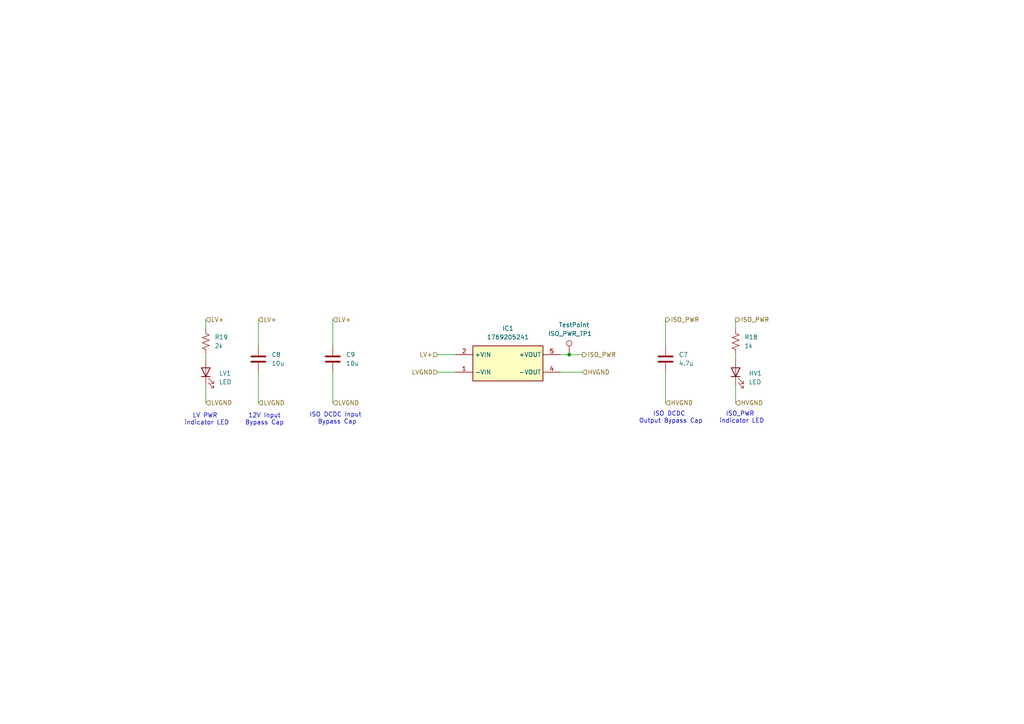
<source format=kicad_sch>
(kicad_sch (version 20250114) (generator "eeschema") (generator_version "9.0")
  (paper "A4")
  (lib_symbols
    (symbol "Connector:TestPoint" (pin_numbers (hide yes)) (pin_names (offset 0.762) (hide yes))
      (property "Reference" "TP" (at 0 6.858 0))
      (property "Value" "TestPoint" (at 0 5.08 0))
      (symbol "TestPoint_0_1"
        (circle (center 0 3.302) (radius 0.762))
      )
      (symbol "TestPoint_1_1"
        (pin passive line (at 0 0 90) (length 2.54) (name "1") (number "1"))
      )
    )
    (symbol "DCDC-isolator:1769205241"
      (property "Reference" "IC1" (at 15.24 7.62 0))
      (property "Value" "1769205241" (at 15.24 5.08 0))
      (symbol "1769205241_1_1"
        (rectangle (start 5.08 2.54) (end 25.4 -7.62) (stroke (width 0.254)) (fill (type background)))
        (pin passive line (at 0 0 0) (length 5.08) (name "+VIN") (number "2"))
        (pin passive line (at 0 -5.08 0) (length 5.08) (name "-VIN") (number "1"))
        (pin no_connect line (at 30.48 1.27 180) (length 5.08) (hide yes) (name "NC") (number "8"))
        (pin passive line (at 30.48 0 180) (length 5.08) (name "+VOUT") (number "5"))
        (pin passive line (at 30.48 -5.08 180) (length 5.08) (name "-VOUT") (number "4"))
      )
    )
    (symbol "Device:C" (pin_numbers (hide yes)) (pin_names (offset 0.254))
      (property "Reference" "C" (at 0.635 2.54 0))
      (property "Value" "C" (at 0.635 -2.54 0))
      (symbol "C_0_1"
        (polyline (pts (xy -2.032 0.762) (xy 2.032 0.762)) (stroke (width 0.508)))
        (polyline (pts (xy -2.032 -0.762) (xy 2.032 -0.762)) (stroke (width 0.508)))
      )
      (symbol "C_1_1"
        (pin passive line (at 0 3.81 270) (length 2.794) (name "~") (number "1"))
        (pin passive line (at 0 -3.81 90) (length 2.794) (name "~") (number "2"))
      )
    )
    (symbol "Device:LED" (pin_numbers (hide yes)) (pin_names (offset 1.016) (hide yes))
      (property "Reference" "D" (at 0 2.54 0))
      (property "Value" "LED" (at 0 -2.54 0))
      (symbol "LED_0_1"
        (polyline (pts (xy -3.048 -0.762) (xy -4.572 -2.286) (xy -3.81 -2.286) (xy -4.572 -2.286) (xy -4.572 -1.524)))
        (polyline (pts (xy -1.778 -0.762) (xy -3.302 -2.286) (xy -2.54 -2.286) (xy -3.302 -2.286) (xy -3.302 -1.524)))
        (polyline (pts (xy -1.27 0) (xy 1.27 0)))
        (polyline (pts (xy -1.27 -1.27) (xy -1.27 1.27)) (stroke (width 0.254)))
        (polyline (pts (xy 1.27 -1.27) (xy 1.27 1.27) (xy -1.27 0) (xy 1.27 -1.27)) (stroke (width 0.254)))
      )
      (symbol "LED_1_1"
        (pin passive line (at -3.81 0 0) (length 2.54) (name "K") (number "1"))
        (pin passive line (at 3.81 0 180) (length 2.54) (name "A") (number "2"))
      )
    )
    (symbol "Device:R_US" (pin_numbers (hide yes)) (pin_names (offset 0))
      (property "Reference" "R" (at 2.54 0 90))
      (property "Value" "R_US" (at -2.54 0 90))
      (symbol "R_US_0_1"
        (polyline (pts (xy 0 2.286) (xy 0 2.54)))
        (polyline (pts (xy 0 2.286) (xy 1.016 1.905) (xy 0 1.524) (xy -1.016 1.143) (xy 0 0.762)))
        (polyline (pts (xy 0 0.762) (xy 1.016 0.381) (xy 0 0) (xy -1.016 -0.381) (xy 0 -0.762)))
        (polyline (pts (xy 0 -0.762) (xy 1.016 -1.143) (xy 0 -1.524) (xy -1.016 -1.905) (xy 0 -2.286)))
        (polyline (pts (xy 0 -2.286) (xy 0 -2.54)))
      )
      (symbol "R_US_1_1"
        (pin passive line (at 0 3.81 270) (length 1.27) (name "~") (number "1"))
        (pin passive line (at 0 -3.81 90) (length 1.27) (name "~") (number "2"))
      )
    )
  )
  (text "12V Input\nBypass Cap" (at 76.708 121.666 0) (effects (font (size 1.27 1.27))))
  (text "LV PWR \nindicator LED" (at 59.944 121.666 0) (effects (font (size 1.27 1.27))))
  (text "ISO DCDC Input \nBypass Cap" (at 97.79 121.412 0) (effects (font (size 1.27 1.27))))
  (text "ISO_PWR \nindicator LED" (at 215.138 121.158 0) (effects (font (size 1.27 1.27))))
  (text "ISO DCDC \nOutput Bypass Cap" (at 194.564 121.158 0) (effects (font (size 1.27 1.27))))
  (junction (at 165.1 102.87))
  (wire (pts (xy 96.52 92.71) (xy 96.52 100.33)))
  (wire (pts (xy 59.69 102.87) (xy 59.69 104.14)))
  (wire (pts (xy 165.1 102.87) (xy 162.56 102.87)))
  (wire (pts (xy 193.04 107.95) (xy 193.04 116.84)))
  (wire (pts (xy 74.93 107.95) (xy 74.93 116.84)))
  (wire (pts (xy 213.36 111.76) (xy 213.36 116.84)))
  (wire (pts (xy 213.36 92.71) (xy 213.36 95.25)))
  (wire (pts (xy 96.52 107.95) (xy 96.52 116.84)))
  (wire (pts (xy 162.56 107.95) (xy 168.91 107.95)))
  (wire (pts (xy 127 102.87) (xy 132.08 102.87)))
  (wire (pts (xy 74.93 92.71) (xy 74.93 100.33)))
  (wire (pts (xy 168.91 102.87) (xy 165.1 102.87)))
  (wire (pts (xy 193.04 92.71) (xy 193.04 100.33)))
  (wire (pts (xy 213.36 102.87) (xy 213.36 104.14)))
  (wire (pts (xy 59.69 111.76) (xy 59.69 116.84)))
  (wire (pts (xy 127 107.95) (xy 132.08 107.95)))
  (wire (pts (xy 59.69 92.71) (xy 59.69 95.25)))
  (hierarchical_label "LVGND" (shape input) (at 74.93 116.84 0))
  (hierarchical_label "ISO_PWR" (shape output) (at 193.04 92.71 0))
  (hierarchical_label "LVGND" (shape input) (at 59.69 116.84 0))
  (hierarchical_label "LVGND" (shape input) (at 96.52 116.84 0))
  (hierarchical_label "HVGND" (shape input) (at 168.91 107.95 0))
  (hierarchical_label "HVGND" (shape input) (at 213.36 116.84 0))
  (hierarchical_label "LV+" (shape input) (at 59.69 92.71 0))
  (hierarchical_label "LV+" (shape input) (at 127 102.87 180))
  (hierarchical_label "ISO_PWR" (shape output) (at 168.91 102.87 0))
  (hierarchical_label "HVGND" (shape input) (at 193.04 116.84 0))
  (hierarchical_label "LVGND" (shape input) (at 127 107.95 180))
  (hierarchical_label "LV+" (shape input) (at 96.52 92.71 0))
  (hierarchical_label "LV+" (shape input) (at 74.93 92.71 0))
  (hierarchical_label "ISO_PWR" (shape output) (at 213.36 92.71 0))
  (symbol (lib_id "Device:LED") (at 213.36 107.95 90) (unit 1)
    (property "Reference" "HV1" (at 217.17 108.2674 90) (effects (justify right)))
    (property "Value" "LED" (at 217.17 110.8074 90) (effects (justify right)))
    (property "Footprint" "LED_SMD:LED_0805_2012Metric" (effects (hide yes)))
    (property "Description" "Light emitting diode" (effects (hide yes)))
  )
  (symbol (lib_id "DCDC-isolator:1769205241") (at 132.08 102.87 0) (unit 1)
    (property "Reference" "IC1" (at 147.32 95.25 0))
    (property "Value" "1769205241" (at 147.32 97.79 0))
    (property "Footprint" "Active-PrechargeLib:1769205241" (effects (hide yes)))
    (property "Datasheet" "https://www.we-online.com/components/products/datasheet/1769205241.pdf" (effects (hide yes)))
    (property "Description" "WURTH ELEKTRONIK - 1769205241 - Isolated Surface Mount DC/DC Converter, ITE, 1 W, 1 Output, 5 V, 200 mA" (effects (hide yes)))
    (property "Height" "7.5" (effects (hide yes)))
    (property "Manufacturer_Name" "Wurth Elektronik" (effects (hide yes)))
    (property "Manufacturer_Part_Number" "1769205241" (effects (hide yes)))
  )
  (symbol (lib_id "Connector:TestPoint") (at 165.1 102.87 0) (unit 1)
    (property "Reference" "ISO_PWR_TP1" (at 171.704 96.774 0) (effects (justify right)))
    (property "Value" "TestPoint" (at 170.942 94.234 0) (effects (justify right)))
    (property "Footprint" "utsvt-special:TestPoint_HEX_3mmID" (effects (hide yes)))
    (property "Description" "test point" (effects (hide yes)))
  )
  (symbol (lib_id "Device:R_US") (at 213.36 99.06 0) (unit 1)
    (property "Reference" "R18" (at 215.9 97.7899 0) (effects (justify left)))
    (property "Value" "1k" (at 215.9 100.3299 0) (effects (justify left)))
    (property "Footprint" "Resistor_SMD:R_0805_2012Metric" (effects (hide yes)))
    (property "Description" "Resistor, US symbol" (effects (hide yes)))
  )
  (symbol (lib_id "Device:C") (at 193.04 104.14 0) (unit 1)
    (property "Reference" "C7" (at 196.85 102.8699 0) (effects (justify left)))
    (property "Value" "4.7u" (at 196.85 105.4099 0) (effects (justify left)))
    (property "Footprint" "Capacitor_SMD:C_0805_2012Metric" (effects (hide yes)))
    (property "Description" "Unpolarized capacitor" (effects (hide yes)))
  )
  (symbol (lib_id "Device:R_US") (at 59.69 99.06 0) (unit 1)
    (property "Reference" "R19" (at 62.23 97.7899 0) (effects (justify left)))
    (property "Value" "2k" (at 62.23 100.3299 0) (effects (justify left)))
    (property "Footprint" "Resistor_SMD:R_0805_2012Metric" (effects (hide yes)))
    (property "Description" "Resistor, US symbol" (effects (hide yes)))
  )
  (symbol (lib_id "Device:C") (at 74.93 104.14 0) (unit 1)
    (property "Reference" "C8" (at 78.74 102.8699 0) (effects (justify left)))
    (property "Value" "10u" (at 78.74 105.4099 0) (effects (justify left)))
    (property "Footprint" "Capacitor_SMD:C_0805_2012Metric" (effects (hide yes)))
    (property "Description" "Unpolarized capacitor" (effects (hide yes)))
  )
  (symbol (lib_id "Device:C") (at 96.52 104.14 0) (unit 1)
    (property "Reference" "C9" (at 100.33 102.8699 0) (effects (justify left)))
    (property "Value" "10u" (at 100.33 105.4099 0) (effects (justify left)))
    (property "Footprint" "Capacitor_SMD:C_0805_2012Metric" (effects (hide yes)))
    (property "Description" "Unpolarized capacitor" (effects (hide yes)))
  )
  (symbol (lib_id "Device:LED") (at 59.69 107.95 90) (unit 1)
    (property "Reference" "LV1" (at 63.5 108.2674 90) (effects (justify right)))
    (property "Value" "LED" (at 63.5 110.8074 90) (effects (justify right)))
    (property "Footprint" "LED_SMD:LED_0805_2012Metric" (effects (hide yes)))
    (property "Description" "Light emitting diode" (effects (hide yes)))
  )
)
</source>
